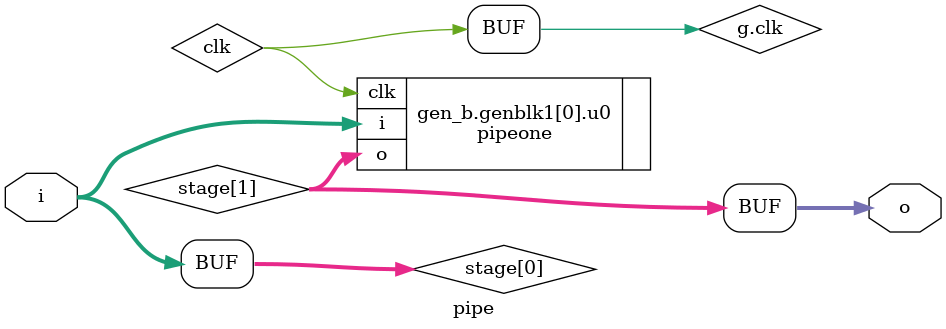
<source format=sv>


// Permission is hereby granted, free of charge, to any person obtaining a
// copy of this software and associated documentation files (the
// "Software"), to deal in the Software without restriction, including
// without limitation the rights to use, copy, modify, merge, publish,
// distribute, sublicense, and/or sell copies of the Software, and to permit
// persons to whom the Software is furnished to do so, subject to the
// following conditions:

// The above copyright notice and this permission notice shall be included
// in all copies or substantial portions of the Software.

// THE SOFTWARE IS PROVIDED "AS IS", WITHOUT WARRANTY OF ANY KIND, EXPRESS
// OR IMPLIED, INCLUDING BUT NOT LIMITED TO THE WARRANTIES OF
// MERCHANTABILITY, FITNESS FOR A PARTICULAR PURPOSE AND NONINFRINGEMENT. 
// IN NO EVENT SHALL THE AUTHORS OR COPYRIGHT HOLDERS BE LIABLE FOR ANY
// CLAIM, DAMAGES OR OTHER LIABILITY, WHETHER IN AN ACTION OF CONTRACT, TORT
// OR OTHERWISE, ARISING FROM, OUT OF OR IN CONNECTION WITH THE SOFTWARE OR
// THE USE OR OTHER DEALINGS IN THE SOFTWARE.

module pipe
 #(
  parameter DELAY = 1,
  parameter WIDTH = 16
) (
  fixedp g,
  input [WIDTH-1:0] i,
  output logic [WIDTH-1:0] o
  );

wire clk = g.clk;
wire reset = g.reset;

logic [WIDTH-1:0] stage[DELAY:0];

assign stage[0] = i;

genvar x;
generate
  if (DELAY > 32)
    begin : gen_a
      piperam #(.WIDTH(WIDTH), .DELAY(DELAY)) u0 (.clk (clk), .reset (reset), .i (stage[0]), .o (stage[DELAY]));
    end
  else
    begin : gen_b
      for (x = 0; x != DELAY; x = x + 1)
        pipeone #(.WIDTH(WIDTH)) u0 (.clk (clk), .i (stage[x]), .o (stage[x + 1]));
    end
endgenerate

assign o = stage[DELAY];

endmodule

</source>
